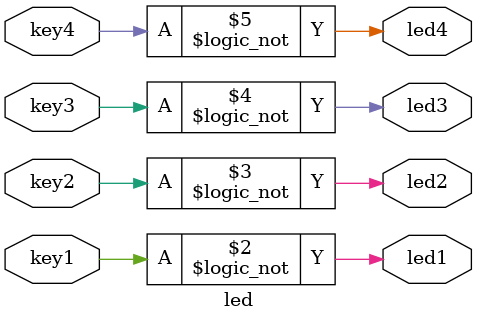
<source format=v>
module led(key1,key2,key3,key4,led1,led2,led3,led4);
input key1,key2,key3,key4;
output reg led1,led2,led3,led4;

always@(key1 or key2 or key3 or key4)
begin
	led1=!key1;
	led2=!key2;
	led3=!key3;
	led4=!key4;
end
endmodule
</source>
